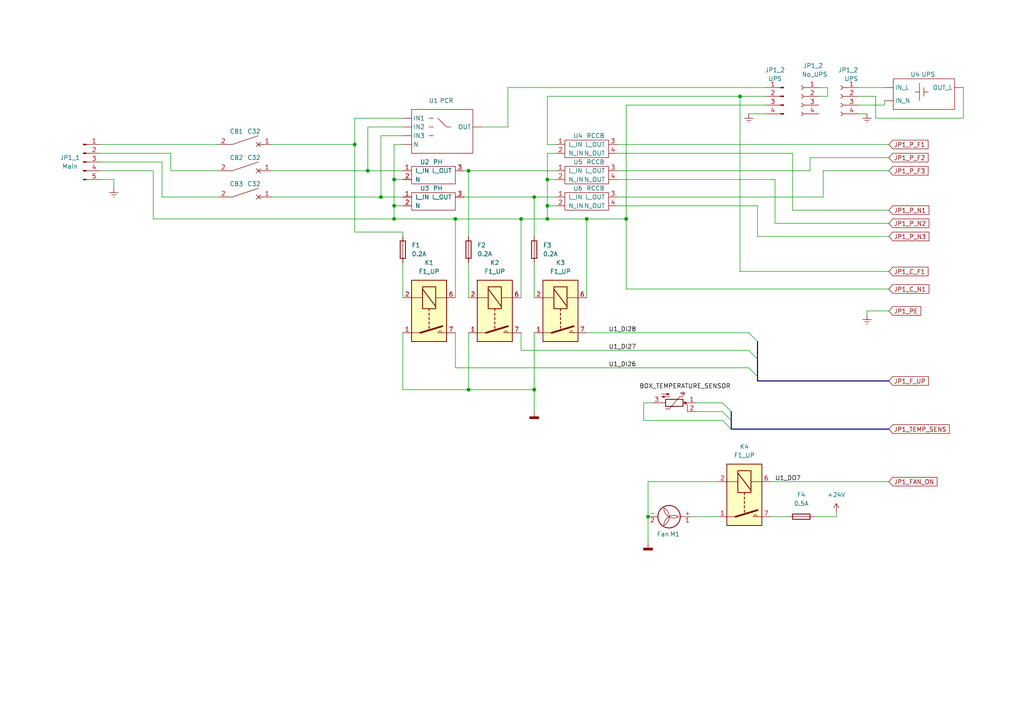
<source format=kicad_sch>
(kicad_sch (version 20211123) (generator eeschema)
  (paper "A4")
  (title_block (title "Силовая, лист 1") (date "2023-02-01") (rev "2"))
  (lib_symbols
    (symbol "Connector:Conn_01x04_Female" (pin_names (offset 1.016) hide)
      (property "Reference" "J" (at 0 5.08 0))
      (property "Value" "Conn_01x04_Female" (at 0 -7.62 0))
      (symbol "Conn_01x04_Female_1_1"
        (arc (start 0 -4.572) (mid -0.508 -5.08) (end 0 -5.588) (stroke (width 0.1524)))
        (arc (start 0 -2.032) (mid -0.508 -2.54) (end 0 -3.048) (stroke (width 0.1524)))
        (polyline (pts (xy -1.27 -5.08) (xy -0.508 -5.08)) (stroke (width 0.1524)))
        (polyline (pts (xy -1.27 -2.54) (xy -0.508 -2.54)) (stroke (width 0.1524)))
        (polyline (pts (xy -1.27 0) (xy -0.508 0)) (stroke (width 0.1524)))
        (polyline (pts (xy -1.27 2.54) (xy -0.508 2.54)) (stroke (width 0.1524)))
        (arc (start 0 0.508) (mid -0.508 0) (end 0 -0.508) (stroke (width 0.1524)))
        (arc (start 0 3.048) (mid -0.508 2.54) (end 0 2.032) (stroke (width 0.1524)))
        (pin passive line (at -5.08 2.54 0) (length 3.81) (name "Pin_1") (number "1"))
        (pin passive line (at -5.08 0 0) (length 3.81) (name "Pin_2") (number "2"))
        (pin passive line (at -5.08 -2.54 0) (length 3.81) (name "Pin_3") (number "3"))
        (pin passive line (at -5.08 -5.08 0) (length 3.81) (name "Pin_4") (number "4"))
      )
    )
    (symbol "Connector:Conn_01x04_Male" (pin_names (offset 1.016) hide)
      (property "Reference" "J" (at 0 5.08 0))
      (property "Value" "Conn_01x04_Male" (at 0 -7.62 0))
      (symbol "Conn_01x04_Male_1_1"
        (polyline (pts (xy 1.27 -5.08) (xy 0.8636 -5.08)) (stroke (width 0.1524)))
        (polyline (pts (xy 1.27 -2.54) (xy 0.8636 -2.54)) (stroke (width 0.1524)))
        (polyline (pts (xy 1.27 0) (xy 0.8636 0)) (stroke (width 0.1524)))
        (polyline (pts (xy 1.27 2.54) (xy 0.8636 2.54)) (stroke (width 0.1524)))
        (rectangle (start 0.8636 -4.953) (end 0 -5.207) (stroke (width 0.1524)) (fill (type outline)))
        (rectangle (start 0.8636 -2.413) (end 0 -2.667) (stroke (width 0.1524)) (fill (type outline)))
        (rectangle (start 0.8636 0.127) (end 0 -0.127) (stroke (width 0.1524)) (fill (type outline)))
        (rectangle (start 0.8636 2.667) (end 0 2.413) (stroke (width 0.1524)) (fill (type outline)))
        (pin passive line (at 5.08 2.54 180) (length 3.81) (name "Pin_1") (number "1"))
        (pin passive line (at 5.08 0 180) (length 3.81) (name "Pin_2") (number "2"))
        (pin passive line (at 5.08 -2.54 180) (length 3.81) (name "Pin_3") (number "3"))
        (pin passive line (at 5.08 -5.08 180) (length 3.81) (name "Pin_4") (number "4"))
      )
    )
    (symbol "Connector:Conn_01x05_Male" (pin_names (offset 1.016) hide)
      (property "Reference" "J" (at 0 7.62 0))
      (property "Value" "Conn_01x05_Male" (at 0 -7.62 0))
      (symbol "Conn_01x05_Male_1_1"
        (polyline (pts (xy 1.27 -5.08) (xy 0.8636 -5.08)) (stroke (width 0.1524)))
        (polyline (pts (xy 1.27 -2.54) (xy 0.8636 -2.54)) (stroke (width 0.1524)))
        (polyline (pts (xy 1.27 0) (xy 0.8636 0)) (stroke (width 0.1524)))
        (polyline (pts (xy 1.27 2.54) (xy 0.8636 2.54)) (stroke (width 0.1524)))
        (polyline (pts (xy 1.27 5.08) (xy 0.8636 5.08)) (stroke (width 0.1524)))
        (rectangle (start 0.8636 -4.953) (end 0 -5.207) (stroke (width 0.1524)) (fill (type outline)))
        (rectangle (start 0.8636 -2.413) (end 0 -2.667) (stroke (width 0.1524)) (fill (type outline)))
        (rectangle (start 0.8636 0.127) (end 0 -0.127) (stroke (width 0.1524)) (fill (type outline)))
        (rectangle (start 0.8636 2.667) (end 0 2.413) (stroke (width 0.1524)) (fill (type outline)))
        (rectangle (start 0.8636 5.207) (end 0 4.953) (stroke (width 0.1524)) (fill (type outline)))
        (pin passive line (at 5.08 5.08 180) (length 3.81) (name "Pin_1") (number "1"))
        (pin passive line (at 5.08 2.54 180) (length 3.81) (name "Pin_2") (number "2"))
        (pin passive line (at 5.08 0 180) (length 3.81) (name "Pin_3") (number "3"))
        (pin passive line (at 5.08 -2.54 180) (length 3.81) (name "Pin_4") (number "4"))
        (pin passive line (at 5.08 -5.08 180) (length 3.81) (name "Pin_5") (number "5"))
      )
    )
    (symbol "Device:CircuitBreaker_1P"
      (property "Reference" "CB" (at 1.905 0 0))
      (property "Value" "CircuitBreaker_1P" (at 1.905 1.905 0))
      (symbol "CircuitBreaker_1P_0_1"
        (polyline (pts (xy 0 -5.08) (xy 0 -3.81)))
        (polyline (pts (xy 0 -3.81) (xy -2.54 3.81)))
      )
      (symbol "CircuitBreaker_1P_1_1"
        (polyline (pts (xy -0.635 4.445) (xy 0.635 3.175)))
        (polyline (pts (xy 0 5.08) (xy 0 3.81)))
        (polyline (pts (xy 0.635 4.445) (xy -0.635 3.175)))
        (pin passive line (at 0 7.62 270) (length 2.54) (name "~") (number "1"))
        (pin passive line (at 0 -7.62 90) (length 2.54) (name "~") (number "2"))
      )
    )
    (symbol "Device:Fuse" (pin_numbers hide) (pin_names (offset 0))
      (property "Reference" "F" (at 2.032 0 90))
      (property "Value" "Fuse" (at -1.905 0 90))
      (symbol "Fuse_0_1"
        (rectangle (start -0.762 -2.54) (end 0.762 2.54) (stroke (width 0.254)))
        (polyline (pts (xy 0 2.54) (xy 0 -2.54)))
      )
      (symbol "Fuse_1_1"
        (pin passive line (at 0 3.81 270) (length 1.27) (name "~") (number "1"))
        (pin passive line (at 0 -3.81 90) (length 1.27) (name "~") (number "2"))
      )
    )
    (symbol "Motor:Fan" (pin_names (offset 0))
      (property "Reference" "M" (at 2.54 5.08 0))
      (property "Value" "Fan" (at 2.54 -2.54 0))
      (symbol "Fan_0_1"
        (arc (start -2.54 -0.508) (mid 0.0028 0.9121) (end 0 3.81))
        (polyline (pts (xy 0 -5.08) (xy 0 -4.572)))
        (polyline (pts (xy 0 -2.2352) (xy 0 -2.6416)))
        (polyline (pts (xy 0 4.2672) (xy 0 4.6228)))
        (polyline (pts (xy 0 4.572) (xy 0 5.08)))
        (circle (center 0 1.016) (radius 3.2512) (stroke (width 0.254)))
        (arc (start 0 3.81) (mid 0.053 0.921) (end 2.54 -0.508))
        (arc (start 2.54 -0.508) (mid 0 1.0618) (end -2.54 -0.508))
      )
      (symbol "Fan_1_1"
        (pin passive line (at 0 7.62 270) (length 2.54) (name "+") (number "1"))
        (pin passive line (at 0 -5.08 90) (length 2.54) (name "-") (number "2"))
      )
    )
    (symbol "PCR_1"
      (property "Reference" "U" (at 2.54 0 0))
      (property "Value" "PCR_1" (at 2.54 2.54 0))
      (symbol "PCR_1_0_1"
        (rectangle (start -6.35 -1.27) (end 11.43 -13.97))
        (polyline (pts (xy -1.27 -8.89) (xy -1.27 -8.89)))
        (polyline (pts (xy -1.27 -8.89) (xy 0 -8.89)))
        (polyline (pts (xy -1.27 -6.35) (xy -1.27 -6.35)))
        (polyline (pts (xy -1.27 -6.35) (xy 0 -6.35)))
        (polyline (pts (xy -1.27 -3.81) (xy 0 -3.81)))
        (polyline (pts (xy 1.27 -3.81) (xy 3.81 -6.35) (xy 5.08 -6.35)))
      )
      (symbol "PCR_1_1_1"
        (pin input line (at -8.89 -3.81 0) (length 2.54) (name "IN1") (number ""))
        (pin input line (at -8.89 -6.35 0) (length 2.54) (name "IN2") (number ""))
        (pin input line (at -8.89 -8.89 0) (length 2.54) (name "IN3") (number ""))
        (pin input line (at -8.89 -11.43 0) (length 2.54) (name "N") (number ""))
        (pin output line (at 13.97 -6.35 180) (length 2.54) (name "OUT") (number ""))
      )
    )
    (symbol "Relay:DIPxx-1Axx-11x"
      (property "Reference" "K" (at 8.89 3.81 0))
      (property "Value" "DIPxx-1Axx-11x" (at 8.89 1.27 0))
      (symbol "DIPxx-1Axx-11x_0_0"
        (polyline (pts (xy 5.08 5.08) (xy 5.08 2.54) (xy 4.445 3.175) (xy 5.08 3.81)))
      )
      (symbol "DIPxx-1Axx-11x_0_1"
        (rectangle (start -10.16 5.08) (end 7.62 -5.08) (stroke (width 0.254)) (fill (type background)))
        (rectangle (start -8.255 1.905) (end -1.905 -1.905) (stroke (width 0.254)))
        (polyline (pts (xy -7.62 -1.905) (xy -2.54 1.905)) (stroke (width 0.254)))
        (polyline (pts (xy -5.08 -5.08) (xy -5.08 -1.905)))
        (polyline (pts (xy -5.08 5.08) (xy -5.08 1.905)))
        (polyline (pts (xy -1.905 0) (xy -1.27 0)) (stroke (width 0.254)))
        (polyline (pts (xy -0.635 0) (xy 0 0)) (stroke (width 0.254)))
        (polyline (pts (xy 0.635 0) (xy 1.27 0)) (stroke (width 0.254)))
        (polyline (pts (xy 1.905 0) (xy 2.54 0)) (stroke (width 0.254)))
        (polyline (pts (xy 3.175 0) (xy 3.81 0)) (stroke (width 0.254)))
        (polyline (pts (xy 5.08 -2.54) (xy 3.175 3.81)) (stroke (width 0.508)))
        (polyline (pts (xy 5.08 -2.54) (xy 5.08 -5.08)))
      )
      (symbol "DIPxx-1Axx-11x_1_1"
        (pin passive line (at 5.08 -7.62 90) (length 2.54) (name "~") (number "1"))
        (pin passive line (at 5.08 -7.62 90) (length 2.54) hide (name "~") (number "14"))
        (pin passive line (at -5.08 -7.62 90) (length 2.54) (name "~") (number "2"))
        (pin passive line (at -5.08 7.62 270) (length 2.54) (name "~") (number "6"))
        (pin passive line (at 5.08 7.62 270) (length 2.54) (name "~") (number "7"))
        (pin passive line (at 5.08 7.62 270) (length 2.54) hide (name "~") (number "8"))
      )
    )
    (symbol "climat_1-rescue:Thermistor_NTC_3wire-Device" (pin_names (offset 0))
      (property "Reference" "TH" (at 1.905 3.81 0))
      (property "Value" "Thermistor_NTC_3wire-Device" (at 1.905 1.27 0))
      (symbol "Thermistor_NTC_3wire-Device_0_1"
        (arc (start -3.048 2.159) (mid -3.0495 2.3143) (end -3.175 2.413))
        (arc (start -3.048 2.159) (mid -2.9736 1.9794) (end -2.794 1.905))
        (arc (start -3.048 2.794) (mid -2.9736 2.6144) (end -2.794 2.54))
        (arc (start -2.794 1.905) (mid -2.6144 1.9794) (end -2.54 2.159))
        (arc (start -2.794 2.54) (mid -2.4393 2.5587) (end -2.159 2.794))
        (arc (start -2.794 3.048) (mid -2.9736 2.9736) (end -3.048 2.794))
        (arc (start -2.54 2.794) (mid -2.6144 2.9736) (end -2.794 3.048))
        (rectangle (start -1.016 2.54) (end 1.016 -2.54) (stroke (width 0.254)))
        (polyline (pts (xy -2.54 2.159) (xy -2.54 2.794)))
        (polyline (pts (xy 0 -3.81) (xy 0 -2.54)))
        (polyline (pts (xy 0 3.81) (xy 0 2.54)))
        (polyline (pts (xy 2.54 3.81) (xy 0.635 3.81) (xy 0 3.175)))
        (polyline (pts (xy -1.778 2.54) (xy -1.778 1.524) (xy 1.778 -1.524) (xy 1.778 -2.54)))
        (polyline (pts (xy -2.54 -3.683) (xy -2.54 -1.397) (xy -2.794 -2.159) (xy -2.286 -2.159) (xy -2.54 -1.397) (xy -2.54 -1.651)) (fill (type outline)))
        (polyline (pts (xy -1.778 -1.397) (xy -1.778 -3.683) (xy -2.032 -2.921) (xy -1.524 -2.921) (xy -1.778 -3.683) (xy -1.778 -3.429)) (fill (type outline)))
        (circle (center 0 3.175) (radius 0.2794) (fill (type outline)))
      )
      (symbol "Thermistor_NTC_3wire-Device_1_1"
        (pin passive line (at 0 6.35 270) (length 2.54) (name "~") (number "1"))
        (pin passive line (at 2.54 6.35 270) (length 2.54) (name "~") (number "2"))
        (pin passive line (at 0 -6.35 90) (length 2.54) (name "~") (number "3"))
      )
    )
    (symbol "custom_components:UPS"
      (property "Reference" "U" (at 0 0 0))
      (property "Value" "UPS" (at 0 2.54 0))
      (symbol "UPS_0_1"
        (rectangle (start -8.89 -2.54) (end 8.89 -11.43))
        (polyline (pts (xy -2.54 -6.35) (xy -1.27 -6.35) (xy -1.27 -3.81) (xy -1.27 -8.89)))
        (polyline (pts (xy 0 -5.08) (xy 0 -7.62) (xy 0 -6.35) (xy 1.27 -6.35)))
      )
      (symbol "UPS_1_1"
        (pin input line (at -11.43 -5.08 0) (length 2.54) (name "IN_L") (number ""))
        (pin input line (at -11.43 -8.89 0) (length 2.54) (name "IN_N") (number ""))
        (pin output line (at 11.43 -5.08 180) (length 2.54) (name "OUT_L") (number ""))
      )
    )
    (symbol "power:+24V" (power) (pin_names (offset 0))
      (property "Value" "+24V" (at 0 3.556 0))
      (symbol "+24V_0_1"
        (polyline (pts (xy -0.762 1.27) (xy 0 2.54)))
        (polyline (pts (xy 0 0) (xy 0 2.54)))
        (polyline (pts (xy 0 2.54) (xy 0.762 1.27)))
      )
      (symbol "+24V_1_1"
        (pin power_in line (at 0 0 90) (length 0) hide (name "+24V") (number "1"))
      )
    )
    (symbol "power:GNDD" (power) (pin_names (offset 0))
      (property "Value" "GNDD" (at 0 -3.175 0))
      (symbol "GNDD_0_1"
        (rectangle (start -1.27 -1.524) (end 1.27 -2.032) (stroke (width 0.254)) (fill (type outline)))
        (polyline (pts (xy 0 0) (xy 0 -1.524)))
      )
      (symbol "GNDD_1_1"
        (pin power_in line (at 0 0 270) (length 0) hide (name "GNDD") (number "1"))
      )
    )
    (symbol "power:GNDREF" (power) (pin_names (offset 0))
      (property "Value" "GNDREF" (at 0 -3.81 0))
      (symbol "GNDREF_0_1"
        (polyline (pts (xy -0.635 -1.905) (xy 0.635 -1.905)))
        (polyline (pts (xy -0.127 -2.54) (xy 0.127 -2.54)))
        (polyline (pts (xy 0 -1.27) (xy 0 0)))
        (polyline (pts (xy 1.27 -1.27) (xy -1.27 -1.27)))
      )
      (symbol "GNDREF_1_1"
        (pin power_in line (at 0 0 270) (length 0) hide (name "GNDREF") (number "1"))
      )
    )
    (symbol "power_1-rescue:РН-plc" (pin_names (offset 1.016))
      (property "Reference" "U" (at 0 0 0))
      (property "Value" "РН-plc" (at 0 2.54 0))
      (symbol "РН-plc_0_1"
        (rectangle (start -6.35 -2.54) (end 6.35 -7.62))
      )
      (symbol "РН-plc_1_1"
        (pin power_in line (at -8.89 -3.81 0) (length 2.54) (name "L_IN") (number "1"))
        (pin passive line (at -8.89 -6.35 0) (length 2.54) (name "N") (number "2"))
        (pin power_out line (at 8.89 -3.81 180) (length 2.54) (name "L_OUT") (number "3"))
      )
    )
    (symbol "power_1-rescue:УЗО-plc" (pin_names (offset 1.016))
      (property "Reference" "U" (at 0 0 0))
      (property "Value" "УЗО-plc" (at 0 2.54 0))
      (symbol "УЗО-plc_1_1"
        (rectangle (start -6.35 -1.27) (end 6.35 -6.35))
        (pin power_in line (at -8.89 -2.54 0) (length 2.54) (name "L_IN") (number "1"))
        (pin passive line (at -8.89 -5.08 0) (length 2.54) (name "N_IN") (number "2"))
        (pin power_out line (at 8.89 -2.54 180) (length 2.54) (name "L_OUT") (number "3"))
        (pin passive line (at 8.89 -5.08 180) (length 2.54) (name "N_OUT") (number "4"))
      )
    )
  )
  (junction (at 158.75 59.69))
  (junction (at 170.18 63.5))
  (junction (at 154.94 57.15))
  (junction (at 135.89 49.53))
  (junction (at 181.61 63.5))
  (junction (at 114.3 52.07))
  (junction (at 114.3 63.5))
  (junction (at 132.08 63.5))
  (junction (at 135.89 113.03))
  (junction (at 151.13 63.5))
  (junction (at 102.87 41.91))
  (junction (at 214.63 27.94))
  (junction (at 158.75 52.07))
  (junction (at 106.68 49.53))
  (junction (at 114.3 59.69))
  (junction (at 158.75 63.5))
  (junction (at 187.96 149.86))
  (junction (at 110.49 57.15))
  (junction (at 154.94 113.03))
  (bus_entry (at 209.55 119.38) (size 2.54 2.54))
  (bus_entry (at 217.17 106.68) (size 2.54 2.54))
  (bus_entry (at 209.55 121.92) (size 2.54 2.54))
  (bus_entry (at 217.17 101.6) (size 2.54 2.54))
  (bus_entry (at 217.17 96.52) (size 2.54 2.54))
  (bus_entry (at 209.55 116.84) (size 2.54 2.54))
  (wire (pts (xy 63.5 57.15) (xy 46.99 57.15)))
  (wire (pts (xy 106.68 36.83) (xy 106.68 49.53)))
  (wire (pts (xy 114.3 63.5) (xy 132.08 63.5)))
  (wire (pts (xy 224.79 64.77) (xy 257.81 64.77)))
  (wire (pts (xy 151.13 63.5) (xy 158.75 63.5)))
  (wire (pts (xy 214.63 27.94) (xy 158.75 27.94)))
  (wire (pts (xy 44.45 49.53) (xy 44.45 63.5)))
  (wire (pts (xy 158.75 27.94) (xy 158.75 41.91)))
  (wire (pts (xy 186.69 121.92) (xy 209.55 121.92)))
  (wire (pts (xy 114.3 52.07) (xy 114.3 59.69)))
  (wire (pts (xy 158.75 44.45) (xy 158.75 52.07)))
  (wire (pts (xy 132.08 96.52) (xy 132.08 106.68)))
  (wire (pts (xy 229.87 44.45) (xy 229.87 60.96)))
  (wire (pts (xy 187.96 139.7) (xy 187.96 149.86)))
  (wire (pts (xy 139.7 36.83) (xy 147.32 36.83)))
  (wire (pts (xy 33.02 52.07) (xy 33.02 54.61)))
  (wire (pts (xy 78.74 57.15) (xy 110.49 57.15)))
  (wire (pts (xy 201.93 119.38) (xy 209.55 119.38)))
  (wire (pts (xy 257.81 78.74) (xy 214.63 78.74)))
  (wire (pts (xy 158.75 41.91) (xy 161.29 41.91)))
  (wire (pts (xy 116.84 39.37) (xy 110.49 39.37)))
  (wire (pts (xy 179.07 59.69) (xy 219.71 59.69)))
  (wire (pts (xy 134.62 49.53) (xy 135.89 49.53)))
  (wire (pts (xy 29.21 44.45) (xy 49.53 44.45)))
  (wire (pts (xy 179.07 41.91) (xy 257.81 41.91)))
  (wire (pts (xy 63.5 49.53) (xy 49.53 49.53)))
  (wire (pts (xy 116.84 41.91) (xy 114.3 41.91)))
  (wire (pts (xy 154.94 113.03) (xy 154.94 119.38)))
  (wire (pts (xy 187.96 149.86) (xy 187.96 157.48)))
  (wire (pts (xy 170.18 63.5) (xy 158.75 63.5)))
  (wire (pts (xy 222.25 25.4) (xy 147.32 25.4)))
  (wire (pts (xy 222.25 30.48) (xy 181.61 30.48)))
  (wire (pts (xy 242.57 149.86) (xy 242.57 148.59)))
  (wire (pts (xy 229.87 60.96) (xy 257.81 60.96)))
  (wire (pts (xy 200.66 149.86) (xy 208.28 149.86)))
  (wire (pts (xy 186.69 116.84) (xy 189.23 116.84)))
  (wire (pts (xy 116.84 113.03) (xy 135.89 113.03)))
  (wire (pts (xy 29.21 49.53) (xy 44.45 49.53)))
  (wire (pts (xy 181.61 30.48) (xy 181.61 63.5)))
  (wire (pts (xy 238.76 49.53) (xy 257.81 49.53)))
  (wire (pts (xy 29.21 46.99) (xy 46.99 46.99)))
  (wire (pts (xy 116.84 68.58) (xy 116.84 67.31)))
  (wire (pts (xy 181.61 63.5) (xy 170.18 63.5)))
  (wire (pts (xy 44.45 63.5) (xy 114.3 63.5)))
  (bus (pts (xy 219.71 110.49) (xy 257.81 110.49)))
  (wire (pts (xy 151.13 101.6) (xy 217.17 101.6)))
  (wire (pts (xy 186.69 121.92) (xy 186.69 116.84)))
  (wire (pts (xy 132.08 63.5) (xy 132.08 86.36)))
  (wire (pts (xy 29.21 41.91) (xy 63.5 41.91)))
  (wire (pts (xy 135.89 113.03) (xy 154.94 113.03)))
  (wire (pts (xy 154.94 57.15) (xy 161.29 57.15)))
  (wire (pts (xy 151.13 63.5) (xy 151.13 86.36)))
  (wire (pts (xy 161.29 44.45) (xy 158.75 44.45)))
  (wire (pts (xy 248.92 30.48) (xy 256.54 30.48)))
  (wire (pts (xy 158.75 59.69) (xy 161.29 59.69)))
  (wire (pts (xy 135.89 49.53) (xy 161.29 49.53)))
  (wire (pts (xy 110.49 57.15) (xy 116.84 57.15)))
  (wire (pts (xy 248.92 27.94) (xy 254 27.94)))
  (wire (pts (xy 219.71 59.69) (xy 219.71 68.58)))
  (wire (pts (xy 257.81 90.17) (xy 251.46 90.17)))
  (wire (pts (xy 135.89 76.2) (xy 135.89 86.36)))
  (wire (pts (xy 151.13 96.52) (xy 151.13 101.6)))
  (wire (pts (xy 116.84 76.2) (xy 116.84 86.36)))
  (wire (pts (xy 256.54 25.4) (xy 248.92 25.4)))
  (wire (pts (xy 116.84 67.31) (xy 102.87 67.31)))
  (wire (pts (xy 223.52 139.7) (xy 257.81 139.7)))
  (wire (pts (xy 257.81 83.82) (xy 181.61 83.82)))
  (wire (pts (xy 158.75 59.69) (xy 158.75 63.5)))
  (wire (pts (xy 240.03 27.94) (xy 237.49 27.94)))
  (wire (pts (xy 114.3 59.69) (xy 114.3 63.5)))
  (wire (pts (xy 240.03 25.4) (xy 240.03 27.94)))
  (wire (pts (xy 116.84 34.29) (xy 102.87 34.29)))
  (wire (pts (xy 251.46 90.17) (xy 251.46 91.44)))
  (wire (pts (xy 201.93 116.84) (xy 209.55 116.84)))
  (wire (pts (xy 158.75 52.07) (xy 158.75 59.69)))
  (wire (pts (xy 214.63 78.74) (xy 214.63 27.94)))
  (wire (pts (xy 46.99 46.99) (xy 46.99 57.15)))
  (wire (pts (xy 234.95 49.53) (xy 234.95 45.72)))
  (wire (pts (xy 179.07 44.45) (xy 229.87 44.45)))
  (wire (pts (xy 236.22 149.86) (xy 242.57 149.86)))
  (wire (pts (xy 114.3 52.07) (xy 116.84 52.07)))
  (wire (pts (xy 181.61 83.82) (xy 181.61 63.5)))
  (wire (pts (xy 224.79 52.07) (xy 224.79 64.77)))
  (wire (pts (xy 223.52 149.86) (xy 228.6 149.86)))
  (bus (pts (xy 219.71 99.06) (xy 219.71 104.14)))
  (wire (pts (xy 170.18 63.5) (xy 170.18 86.36)))
  (bus (pts (xy 212.09 121.92) (xy 212.09 124.46)))
  (wire (pts (xy 110.49 39.37) (xy 110.49 57.15)))
  (wire (pts (xy 102.87 67.31) (xy 102.87 41.91)))
  (wire (pts (xy 251.46 33.02) (xy 248.92 33.02)))
  (wire (pts (xy 132.08 106.68) (xy 217.17 106.68)))
  (wire (pts (xy 134.62 57.15) (xy 154.94 57.15)))
  (wire (pts (xy 219.71 68.58) (xy 257.81 68.58)))
  (wire (pts (xy 114.3 59.69) (xy 116.84 59.69)))
  (bus (pts (xy 219.71 104.14) (xy 219.71 109.22)))
  (bus (pts (xy 212.09 119.38) (xy 212.09 121.92)))
  (wire (pts (xy 238.76 57.15) (xy 238.76 49.53)))
  (wire (pts (xy 78.74 41.91) (xy 102.87 41.91)))
  (wire (pts (xy 179.07 49.53) (xy 234.95 49.53)))
  (wire (pts (xy 102.87 34.29) (xy 102.87 41.91)))
  (wire (pts (xy 179.07 57.15) (xy 238.76 57.15)))
  (wire (pts (xy 114.3 41.91) (xy 114.3 52.07)))
  (wire (pts (xy 158.75 52.07) (xy 161.29 52.07)))
  (wire (pts (xy 78.74 49.53) (xy 106.68 49.53)))
  (wire (pts (xy 208.28 139.7) (xy 187.96 139.7)))
  (wire (pts (xy 234.95 45.72) (xy 257.81 45.72)))
  (bus (pts (xy 219.71 109.22) (xy 219.71 110.49)))
  (wire (pts (xy 279.4 34.29) (xy 279.4 25.4)))
  (wire (pts (xy 147.32 25.4) (xy 147.32 36.83)))
  (wire (pts (xy 49.53 44.45) (xy 49.53 49.53)))
  (wire (pts (xy 154.94 57.15) (xy 154.94 68.58)))
  (wire (pts (xy 222.25 27.94) (xy 214.63 27.94)))
  (bus (pts (xy 212.09 124.46) (xy 257.81 124.46)))
  (wire (pts (xy 217.17 33.02) (xy 222.25 33.02)))
  (wire (pts (xy 106.68 49.53) (xy 116.84 49.53)))
  (wire (pts (xy 254 34.29) (xy 279.4 34.29)))
  (wire (pts (xy 179.07 52.07) (xy 224.79 52.07)))
  (wire (pts (xy 154.94 76.2) (xy 154.94 86.36)))
  (wire (pts (xy 170.18 96.52) (xy 217.17 96.52)))
  (wire (pts (xy 154.94 96.52) (xy 154.94 113.03)))
  (wire (pts (xy 132.08 63.5) (xy 151.13 63.5)))
  (wire (pts (xy 237.49 25.4) (xy 240.03 25.4)))
  (wire (pts (xy 135.89 96.52) (xy 135.89 113.03)))
  (wire (pts (xy 116.84 36.83) (xy 106.68 36.83)))
  (wire (pts (xy 135.89 49.53) (xy 135.89 68.58)))
  (wire (pts (xy 256.54 29.21) (xy 256.54 30.48)))
  (wire (pts (xy 29.21 52.07) (xy 33.02 52.07)))
  (wire (pts (xy 254 27.94) (xy 254 34.29)))
  (wire (pts (xy 116.84 96.52) (xy 116.84 113.03)))
  (label "U1_DO7" (at 224.79 139.7 0))
  (label "BOX_TEMPERATURE_SENSOR" (at 185.42 113.03 0))
  (label "U1_DI27" (at 176.53 101.6 0))
  (label "U1_DI28" (at 176.53 96.52 0))
  (label "U1_DI26" (at 176.53 106.68 0))
  (global_label "JP1_P_N1" (shape input) (at 257.81 60.96 0) (property "Intersheet References" "${INTERSHEET_REFS}" (effects hide)))
  (global_label "JP1_PE" (shape input) (at 257.81 90.17 0) (property "Intersheet References" "${INTERSHEET_REFS}" (effects hide)))
  (global_label "JP1_F_UP" (shape input) (at 257.81 110.49 0) (property "Intersheet References" "${INTERSHEET_REFS}" (effects hide)))
  (global_label "JP1_P_F1" (shape input) (at 257.81 41.91 0) (property "Intersheet References" "${INTERSHEET_REFS}" (effects hide)))
  (global_label "JP1_FAN_ON" (shape input) (at 257.81 139.7 0) (property "Intersheet References" "${INTERSHEET_REFS}" (effects hide)))
  (global_label "JP1_C_F1" (shape input) (at 257.81 78.74 0) (property "Intersheet References" "${INTERSHEET_REFS}" (effects hide)))
  (global_label "JP1_TEMP_SENS" (shape input) (at 257.81 124.46 0) (property "Intersheet References" "${INTERSHEET_REFS}" (effects hide)))
  (global_label "JP1_P_F3" (shape input) (at 257.81 49.53 0) (property "Intersheet References" "${INTERSHEET_REFS}" (effects hide)))
  (global_label "JP1_C_N1" (shape input) (at 257.81 83.82 0) (property "Intersheet References" "${INTERSHEET_REFS}" (effects hide)))
  (global_label "JP1_P_N2" (shape input) (at 257.81 64.77 0) (property "Intersheet References" "${INTERSHEET_REFS}" (effects hide)))
  (global_label "JP1_P_N3" (shape input) (at 257.81 68.58 0) (property "Intersheet References" "${INTERSHEET_REFS}" (effects hide)))
  (global_label "JP1_P_F2" (shape input) (at 257.81 45.72 0) (property "Intersheet References" "${INTERSHEET_REFS}" (effects hide)))
  (symbol (lib_id "Connector:Conn_01x05_Male") (at 24.13 46.99 0) (unit 1)
    (property "Reference" "JP1_1" (at 20.32 45.72 0))
    (property "Value" "Main" (at 20.32 48.26 0))
  )
  (symbol (lib_id "power:GNDREF") (at 33.02 54.61 0) (unit 1)
    (property "Reference" "#PWR?" (effects hide))
    (property "Value" "GNDREF" (effects hide))
  )
  (symbol (lib_id "power_1-rescue:УЗО-plc") (at 170.18 39.37 0) (unit 1)
    (property "Reference" "U4" (at 167.64 39.37 0))
    (property "Value" "RCCB" (at 172.72 39.37 0))
  )
  (symbol (lib_id "power_1-rescue:РН-plc") (at 125.73 45.72 0) (unit 1)
    (property "Reference" "U2" (at 123.19 46.99 0))
    (property "Value" "РН" (at 127 46.99 0))
  )
  (symbol (lib_id "power_1-rescue:РН-plc") (at 125.73 53.34 0) (unit 1)
    (property "Reference" "U3" (at 123.19 54.61 0))
    (property "Value" "РН" (at 127 54.61 0))
  )
  (symbol (lib_id "power_1-rescue:УЗО-plc") (at 170.18 46.99 0) (unit 1)
    (property "Reference" "U5" (at 167.64 46.99 0))
    (property "Value" "RCCB" (at 172.72 46.99 0))
  )
  (symbol (lib_id "power_1-rescue:УЗО-plc") (at 170.18 54.61 0) (unit 1)
    (property "Reference" "U6" (at 167.64 54.61 0))
    (property "Value" "RCCB" (at 172.72 54.61 0))
  )
  (symbol (lib_id "power:GNDREF") (at 251.46 33.02 0) (mirror y) (unit 1)
    (property "Reference" "#PWR?" (effects hide))
    (property "Value" "GNDREF" (effects hide))
  )
  (symbol (lib_id "power:GNDD") (at 154.94 119.38 0) (unit 1)
    (property "Reference" "#PWR?" (effects hide))
    (property "Value" "GNDD" (effects hide))
  )
  (symbol (lib_id "power:+24V") (at 242.57 148.59 0) (unit 1)
    (property "Reference" "#PWR?" (effects hide))
    (property "Value" "+24V" (at 242.57 143.51 0))
  )
  (symbol (lib_id "power:GNDREF") (at 251.46 91.44 0) (unit 1)
    (property "Reference" "#PWR?" (effects hide))
    (property "Value" "GNDREF" (effects hide))
  )
  (symbol (lib_id "Motor:Fan") (at 193.04 149.86 270) (unit 1)
    (property "Reference" "M1" (at 194.3101 154.94 90) (effects (justify left)))
    (property "Value" "Fan" (at 190.5 154.94 90) (effects (justify left)))
  )
  (symbol (lib_id "Device:CircuitBreaker_1P") (at 71.12 57.15 270) (unit 1)
    (property "Reference" "CB3" (at 68.58 53.34 90))
    (property "Value" "C32" (at 73.66 53.34 90))
  )
  (symbol (lib_id "Relay:DIPxx-1Axx-11x") (at 143.51 91.44 270) (unit 1)
    (property "Reference" "K2" (at 143.51 76.2 90))
    (property "Value" "F1_UP" (at 143.51 78.74 90))
    (property "Footprint" "Relay_THT:Relay_StandexMeder_DIP_LowProfile" (effects hide))
    (property "Datasheet" "https://standexelectronics.com/wp-content/uploads/datasheet_reed_relay_DIP.pdf" (effects hide))
  )
  (symbol (lib_id "Relay:DIPxx-1Axx-11x") (at 162.56 91.44 270) (unit 1)
    (property "Reference" "K3" (at 162.56 76.2 90))
    (property "Value" "F1_UP" (at 162.56 78.74 90))
    (property "Footprint" "Relay_THT:Relay_StandexMeder_DIP_LowProfile" (effects hide))
    (property "Datasheet" "https://standexelectronics.com/wp-content/uploads/datasheet_reed_relay_DIP.pdf" (effects hide))
  )
  (symbol (lib_id "Connector:Conn_01x04_Female") (at 243.84 27.94 0) (mirror y) (unit 1)
    (property "Reference" "JP1_2" (at 248.92 20.32 0) (effects (justify left)))
    (property "Value" "UPS" (at 248.92 22.86 0) (effects (justify left)))
  )
  (symbol (lib_id "power:GNDD") (at 187.96 157.48 0) (unit 1)
    (property "Reference" "#PWR?" (effects hide))
    (property "Value" "GNDD" (effects hide))
  )
  (symbol (lib_id "Device:Fuse") (at 116.84 72.39 0) (unit 1)
    (property "Reference" "F1" (at 119.38 71.1199 0) (effects (justify left)))
    (property "Value" "0.2A" (at 119.38 73.6599 0) (effects (justify left)))
  )
  (symbol (lib_id "Connector:Conn_01x04_Female") (at 232.41 27.94 0) (mirror y) (unit 1)
    (property "Reference" "JP1_2" (at 238.76 19.05 0) (effects (justify left)))
    (property "Value" "No_UPS" (at 240.03 21.59 0) (effects (justify left)))
  )
  (symbol (lib_name "PCR_1") (lib_id "custom_components:PCR") (at 125.73 30.48 0) (unit 1)
    (property "Reference" "U1" (at 125.73 29.21 0))
    (property "Value" "PCR" (at 129.54 29.21 0))
  )
  (symbol (lib_id "Relay:DIPxx-1Axx-11x") (at 124.46 91.44 270) (unit 1)
    (property "Reference" "K1" (at 124.46 76.2 90))
    (property "Value" "F1_UP" (at 124.46 78.74 90))
    (property "Footprint" "Relay_THT:Relay_StandexMeder_DIP_LowProfile" (effects hide))
    (property "Datasheet" "https://standexelectronics.com/wp-content/uploads/datasheet_reed_relay_DIP.pdf" (effects hide))
  )
  (symbol (lib_id "custom_components:UPS") (at 267.97 20.32 0) (unit 1)
    (property "Reference" "U4" (at 265.43 21.59 0))
    (property "Value" "UPS" (at 269.24 21.59 0))
  )
  (symbol (lib_id "Connector:Conn_01x04_Male") (at 227.33 27.94 0) (mirror y) (unit 1)
    (property "Reference" "JP1_2" (at 224.79 20.32 0))
    (property "Value" "UPS" (at 224.79 22.86 0))
  )
  (symbol (lib_id "Device:Fuse") (at 135.89 72.39 0) (unit 1)
    (property "Reference" "F2" (at 138.43 71.1199 0) (effects (justify left)))
    (property "Value" "0.2A" (at 138.43 73.6599 0) (effects (justify left)))
  )
  (symbol (lib_id "power:GNDREF") (at 217.17 33.02 0) (unit 1)
    (property "Reference" "#PWR?" (effects hide))
    (property "Value" "GNDREF" (effects hide))
  )
  (symbol (lib_id "Device:CircuitBreaker_1P") (at 71.12 49.53 270) (unit 1)
    (property "Reference" "CB2" (at 68.58 45.72 90))
    (property "Value" "C32" (at 73.66 45.72 90))
  )
  (symbol (lib_id "Device:CircuitBreaker_1P") (at 71.12 41.91 270) (unit 1)
    (property "Reference" "CB1" (at 68.58 38.1 90))
    (property "Value" "C32" (at 73.66 38.1 90))
  )
  (symbol (lib_id "Relay:DIPxx-1Axx-11x") (at 215.9 144.78 270) (unit 1)
    (property "Reference" "K4" (at 215.9 129.54 90))
    (property "Value" "F1_UP" (at 215.9 132.08 90))
    (property "Footprint" "Relay_THT:Relay_StandexMeder_DIP_LowProfile" (effects hide))
    (property "Datasheet" "https://standexelectronics.com/wp-content/uploads/datasheet_reed_relay_DIP.pdf" (effects hide))
  )
  (symbol (lib_id "Device:Fuse") (at 232.41 149.86 90) (unit 1)
    (property "Reference" "F4" (at 232.41 143.51 90))
    (property "Value" "0.5A" (at 232.41 146.05 90))
  )
  (symbol (lib_id "climat_1-rescue:Thermistor_NTC_3wire-Device") (at 195.58 116.84 270) (unit 1)
    (property "Reference" "TH?" (effects hide))
    (property "Value" "Thermistor_NTC_3wire" (effects hide))
  )
  (symbol (lib_id "Device:Fuse") (at 154.94 72.39 0) (unit 1)
    (property "Reference" "F3" (at 157.48 71.1199 0) (effects (justify left)))
    (property "Value" "0.2A" (at 157.48 73.6599 0) (effects (justify left)))
  )
)
</source>
